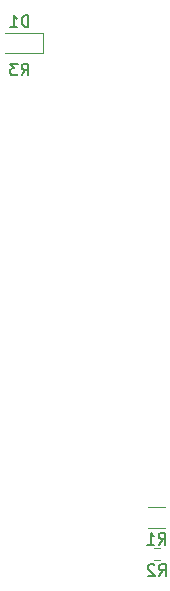
<source format=gbr>
%TF.GenerationSoftware,KiCad,Pcbnew,7.0.5*%
%TF.CreationDate,2023-07-24T11:34:01-05:00*%
%TF.ProjectId,AcoplePic32,41636f70-6c65-4506-9963-33322e6b6963,rev?*%
%TF.SameCoordinates,Original*%
%TF.FileFunction,Legend,Bot*%
%TF.FilePolarity,Positive*%
%FSLAX46Y46*%
G04 Gerber Fmt 4.6, Leading zero omitted, Abs format (unit mm)*
G04 Created by KiCad (PCBNEW 7.0.5) date 2023-07-24 11:34:01*
%MOMM*%
%LPD*%
G01*
G04 APERTURE LIST*
%ADD10C,0.150000*%
%ADD11C,0.120000*%
G04 APERTURE END LIST*
D10*
%TO.C,R3*%
X117006666Y-70397819D02*
X117339999Y-69921628D01*
X117578094Y-70397819D02*
X117578094Y-69397819D01*
X117578094Y-69397819D02*
X117197142Y-69397819D01*
X117197142Y-69397819D02*
X117101904Y-69445438D01*
X117101904Y-69445438D02*
X117054285Y-69493057D01*
X117054285Y-69493057D02*
X117006666Y-69588295D01*
X117006666Y-69588295D02*
X117006666Y-69731152D01*
X117006666Y-69731152D02*
X117054285Y-69826390D01*
X117054285Y-69826390D02*
X117101904Y-69874009D01*
X117101904Y-69874009D02*
X117197142Y-69921628D01*
X117197142Y-69921628D02*
X117578094Y-69921628D01*
X116673332Y-69397819D02*
X116054285Y-69397819D01*
X116054285Y-69397819D02*
X116387618Y-69778771D01*
X116387618Y-69778771D02*
X116244761Y-69778771D01*
X116244761Y-69778771D02*
X116149523Y-69826390D01*
X116149523Y-69826390D02*
X116101904Y-69874009D01*
X116101904Y-69874009D02*
X116054285Y-69969247D01*
X116054285Y-69969247D02*
X116054285Y-70207342D01*
X116054285Y-70207342D02*
X116101904Y-70302580D01*
X116101904Y-70302580D02*
X116149523Y-70350200D01*
X116149523Y-70350200D02*
X116244761Y-70397819D01*
X116244761Y-70397819D02*
X116530475Y-70397819D01*
X116530475Y-70397819D02*
X116625713Y-70350200D01*
X116625713Y-70350200D02*
X116673332Y-70302580D01*
%TO.C,R1*%
X128614466Y-110122619D02*
X128947799Y-109646428D01*
X129185894Y-110122619D02*
X129185894Y-109122619D01*
X129185894Y-109122619D02*
X128804942Y-109122619D01*
X128804942Y-109122619D02*
X128709704Y-109170238D01*
X128709704Y-109170238D02*
X128662085Y-109217857D01*
X128662085Y-109217857D02*
X128614466Y-109313095D01*
X128614466Y-109313095D02*
X128614466Y-109455952D01*
X128614466Y-109455952D02*
X128662085Y-109551190D01*
X128662085Y-109551190D02*
X128709704Y-109598809D01*
X128709704Y-109598809D02*
X128804942Y-109646428D01*
X128804942Y-109646428D02*
X129185894Y-109646428D01*
X127662085Y-110122619D02*
X128233513Y-110122619D01*
X127947799Y-110122619D02*
X127947799Y-109122619D01*
X127947799Y-109122619D02*
X128043037Y-109265476D01*
X128043037Y-109265476D02*
X128138275Y-109360714D01*
X128138275Y-109360714D02*
X128233513Y-109408333D01*
%TO.C,R2*%
X128639866Y-112783119D02*
X128973199Y-112306928D01*
X129211294Y-112783119D02*
X129211294Y-111783119D01*
X129211294Y-111783119D02*
X128830342Y-111783119D01*
X128830342Y-111783119D02*
X128735104Y-111830738D01*
X128735104Y-111830738D02*
X128687485Y-111878357D01*
X128687485Y-111878357D02*
X128639866Y-111973595D01*
X128639866Y-111973595D02*
X128639866Y-112116452D01*
X128639866Y-112116452D02*
X128687485Y-112211690D01*
X128687485Y-112211690D02*
X128735104Y-112259309D01*
X128735104Y-112259309D02*
X128830342Y-112306928D01*
X128830342Y-112306928D02*
X129211294Y-112306928D01*
X128258913Y-111878357D02*
X128211294Y-111830738D01*
X128211294Y-111830738D02*
X128116056Y-111783119D01*
X128116056Y-111783119D02*
X127877961Y-111783119D01*
X127877961Y-111783119D02*
X127782723Y-111830738D01*
X127782723Y-111830738D02*
X127735104Y-111878357D01*
X127735104Y-111878357D02*
X127687485Y-111973595D01*
X127687485Y-111973595D02*
X127687485Y-112068833D01*
X127687485Y-112068833D02*
X127735104Y-112211690D01*
X127735104Y-112211690D02*
X128306532Y-112783119D01*
X128306532Y-112783119D02*
X127687485Y-112783119D01*
%TO.C,D1*%
X117578094Y-66295819D02*
X117578094Y-65295819D01*
X117578094Y-65295819D02*
X117339999Y-65295819D01*
X117339999Y-65295819D02*
X117197142Y-65343438D01*
X117197142Y-65343438D02*
X117101904Y-65438676D01*
X117101904Y-65438676D02*
X117054285Y-65533914D01*
X117054285Y-65533914D02*
X117006666Y-65724390D01*
X117006666Y-65724390D02*
X117006666Y-65867247D01*
X117006666Y-65867247D02*
X117054285Y-66057723D01*
X117054285Y-66057723D02*
X117101904Y-66152961D01*
X117101904Y-66152961D02*
X117197142Y-66248200D01*
X117197142Y-66248200D02*
X117339999Y-66295819D01*
X117339999Y-66295819D02*
X117578094Y-66295819D01*
X116054285Y-66295819D02*
X116625713Y-66295819D01*
X116339999Y-66295819D02*
X116339999Y-65295819D01*
X116339999Y-65295819D02*
X116435237Y-65438676D01*
X116435237Y-65438676D02*
X116530475Y-65533914D01*
X116530475Y-65533914D02*
X116625713Y-65581533D01*
D11*
%TO.C,R1*%
X127720736Y-106937800D02*
X129174864Y-106937800D01*
X127720736Y-108757800D02*
X129174864Y-108757800D01*
%TO.C,R2*%
X128218476Y-110375800D02*
X128727924Y-110375800D01*
X128218476Y-111420800D02*
X128727924Y-111420800D01*
%TO.C,D1*%
X118850000Y-68541000D02*
X115590000Y-68541000D01*
X118850000Y-66841000D02*
X118850000Y-68541000D01*
X118850000Y-66841000D02*
X115590000Y-66841000D01*
%TD*%
M02*

</source>
